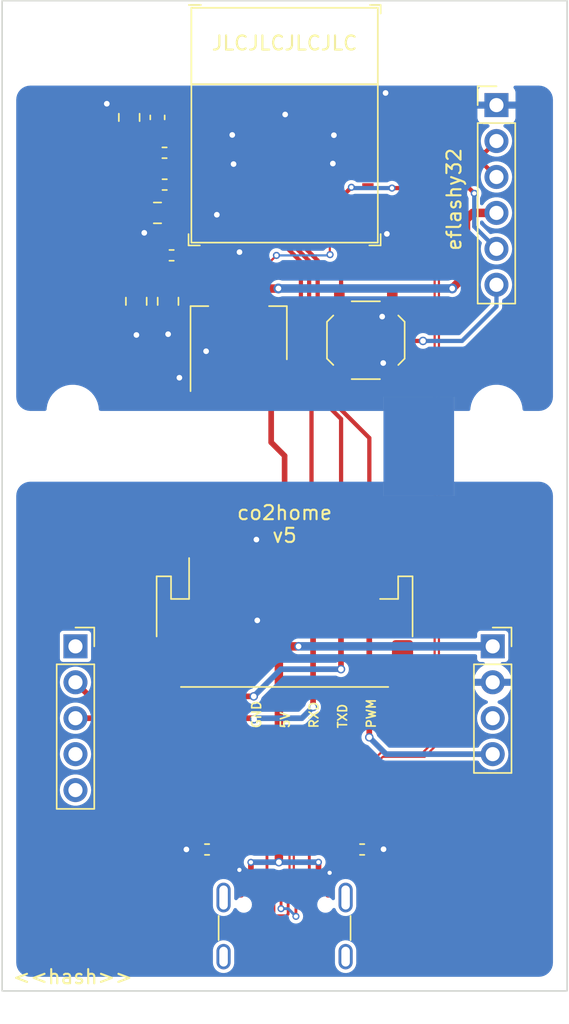
<source format=kicad_pcb>
(kicad_pcb (version 20221018) (generator pcbnew)
  (layers (0 "F.Cu" signal "Top") (31 "B.Cu" signal "Bottom") (34 "B.Paste" user) (35 "F.Paste" user) (36 "B.SilkS" user "B.Silkscreen") (37 "F.SilkS" user "F.Silkscreen") (38 "B.Mask" user) (39 "F.Mask" user) (44 "Edge.Cuts" user))
  (net 0 "")
  (net 1 "+3V3")
  (net 2 "GND")
  (net 3 "/GPIO0")
  (net 4 "/EN")
  (net 5 "+5V")
  (net 6 "/PROGTXD")
  (net 7 "/PROGRXD")
  (net 9 "TXD")
  (net 10 "RXD")
  (net 13 "Net-(J3-CC1)")
  (net 14 "D+")
  (net 15 "D-")
  (net 17 "Net-(J3-CC2)")
  (net 21 "PWM")
  (net 24 "Net-(U1-GPIO2{slash}ADC1_CH2)")
  (net 25 "Net-(U1-GPIO8)")
  (footprint "Connector_PinSocket_2.54mm:PinSocket_1x05_P2.54mm_Vertical" (layer "F.Cu") (at 120.12 80.34)
    (fp_text reference "J2" hide)
    (fp_text value "MH-Z19 L")
    (fp_line (start -1.33 1.27) (end -1.33 11.49) (stroke (width 0.12)) (layer "F.SilkS"))
    (fp_line (start -1.33 1.27) (end 1.33 1.27) (stroke (width 0.12)) (layer "F.SilkS"))
    (fp_line (start -1.33 11.49) (end 1.33 11.49) (stroke (width 0.12)) (layer "F.SilkS"))
    (fp_line (start 0 -1.33) (end 1.33 -1.33) (stroke (width 0.12)) (layer "F.SilkS"))
    (fp_line (start 1.33 -1.33) (end 1.33 0) (stroke (width 0.12)) (layer "F.SilkS"))
    (fp_line (start 1.33 1.27) (end 1.33 11.49) (stroke (width 0.12)) (layer "F.SilkS"))
    (pad "1" thru_hole rect locked (at 0 0) (size 1.7 1.7) (drill 1) (layers "*.Cu" "*.Mask"))
    (pad "2" thru_hole oval locked (at 0 2.54) (size 1.7 1.7) (drill 1) (layers "*.Cu" "*.Mask") (net 9 "TXD"))
    (pad "3" thru_hole oval locked (at 0 5.08) (size 1.7 1.7) (drill 1) (layers "*.Cu" "*.Mask") (net 10 "RXD"))
    (pad "4" thru_hole oval locked (at 0 7.62) (size 1.7 1.7) (drill 1) (layers "*.Cu" "*.Mask"))
    (pad "5" thru_hole oval locked (at 0 10.16) (size 1.7 1.7) (drill 1) (layers "*.Cu" "*.Mask"))
  )
  (footprint "Espressif:ESP32-C3-MINI-1" (layer "F.Cu") (at 134.925 43.5)
    (fp_text reference "U1" hide)
    (fp_text value "ESP32-C3-MINI-1")
    (fp_line (start -6.8 7.7) (end -6.8 8.5) (stroke (width 0.12)) (layer "F.SilkS"))
    (fp_line (start -6.8 8.5) (end -6 8.5) (stroke (width 0.12)) (layer "F.SilkS"))
    (fp_line (start -6.6 -8.3) (end 6.6 -8.3) (stroke (width 0.12)) (layer "F.SilkS"))
    (fp_line (start -6.6 -2.9) (end 6.6 -2.9) (stroke (width 0.12)) (layer "F.SilkS"))
    (fp_line (start -6.6 8.3) (end -6.6 -8.3) (stroke (width 0.12)) (layer "F.SilkS"))
    (fp_line (start -5.925 -8.5) (end -6.775 -8.5) (stroke (width 0.12)) (layer "F.SilkS"))
    (fp_line (start 6.05 -8.5) (end 6.8 -8.5) (stroke (width 0.12)) (layer "F.SilkS"))
    (fp_line (start 6.6 -8.3) (end 6.6 8.3) (stroke (width 0.12)) (layer "F.SilkS"))
    (fp_line (start 6.6 8.3) (end -6.6 8.3) (stroke (width 0.12)) (layer "F.SilkS"))
    (fp_line (start 6.8 -8.5) (end 6.8 -7.9) (stroke (width 0.12)) (layer "F.SilkS"))
    (fp_line (start 6.8 7.7) (end 6.8 8.5) (stroke (width 0.12)) (layer "F.SilkS"))
    (fp_line (start 6.8 8.5) (end 6 8.5) (stroke (width 0.12)) (layer "F.SilkS"))
    (pad "1" smd rect (at -5.9 -1.3 90) (size 0.4 0.8) (layers "F.Cu" "F.Paste" "F.Mask") (net 2 "GND"))
    (pad "2" smd rect (at -5.9 -0.5 90) (size 0.4 0.8) (layers "F.Cu" "F.Paste" "F.Mask") (net 2 "GND"))
    (pad "3" smd rect (at -5.9 0.3 90) (size 0.4 0.8) (layers "F.Cu" "F.Paste" "F.Mask") (net 1 "+3V3"))
    (pad "4" smd rect (at -5.9 1.1 90) (size 0.4 0.8) (layers "F.Cu" "F.Paste" "F.Mask"))
    (pad "5" smd rect (at -5.9 1.9 90) (size 0.4 0.8) (layers "F.Cu" "F.Paste" "F.Mask") (net 24 "Net-(U1-GPIO2{slash}ADC1_CH2)"))
    (pad "6" smd rect (at -5.9 2.7 90) (size 0.4 0.8) (layers "F.Cu" "F.Paste" "F.Mask"))
    (pad "7" smd rect (at -5.9 3.5 90) (size 0.4 0.8) (layers "F.Cu" "F.Paste" "F.Mask"))
    (pad "8" smd rect (at -5.9 4.3 90) (size 0.4 0.8) (layers "F.Cu" "F.Paste" "F.Mask") (net 4 "/EN"))
    (pad "9" smd rect (at -5.9 5.1 90) (size 0.4 0.8) (layers "F.Cu" "F.Paste" "F.Mask"))
    (pad "10" smd rect (at -5.9 5.9 90) (size 0.4 0.8) (layers "F.Cu" "F.Paste" "F.Mask"))
    (pad "11" smd rect (at -5.9 6.7 90) (size 0.4 0.8) (layers "F.Cu" "F.Paste" "F.Mask") (net 2 "GND"))
    (pad "12" smd rect (at -4.8 7.6) (size 0.4 0.8) (layers "F.Cu" "F.Paste" "F.Mask"))
    (pad "13" smd rect (at -4 7.6) (size 0.4 0.8) (layers "F.Cu" "F.Paste" "F.Mask"))
    (pad "14" smd rect (at -3.2 7.6) (size 0.4 0.8) (layers "F.Cu" "F.Paste" "F.Mask") (net 2 "GND"))
    (pad "15" smd rect (at -2.4 7.6) (size 0.4 0.8) (layers "F.Cu" "F.Paste" "F.Mask"))
    (pad "16" smd rect (at -1.6 7.6) (size 0.4 0.8) (layers "F.Cu" "F.Paste" "F.Mask"))
    (pad "17" smd rect (at -0.8 7.6) (size 0.4 0.8) (layers "F.Cu" "F.Paste" "F.Mask"))
    (pad "18" smd rect (at 0 7.6) (size 0.4 0.8) (layers "F.Cu" "F.Paste" "F.Mask") (net 10 "RXD"))
    (pad "19" smd rect (at 0.8 7.6) (size 0.4 0.8) (layers "F.Cu" "F.Paste" "F.Mask") (net 9 "TXD"))
    (pad "20" smd rect (at 1.6 7.6) (size 0.4 0.8) (layers "F.Cu" "F.Paste" "F.Mask") (net 21 "PWM"))
    (pad "21" smd rect (at 2.4 7.6) (size 0.4 0.8) (layers "F.Cu" "F.Paste" "F.Mask"))
    (pad "22" smd rect (at 3.2 7.6) (size 0.4 0.8) (layers "F.Cu" "F.Paste" "F.Mask") (net 25 "Net-(U1-GPIO8)"))
    (pad "23" smd rect (at 4 7.6) (size 0.4 0.8) (layers "F.Cu" "F.Paste" "F.Mask") (net 3 "/GPIO0"))
    (pad "24" smd rect (at 4.8 7.6) (size 0.4 0.8) (layers "F.Cu" "F.Paste" "F.Mask"))
    (pad "25" smd rect (at 5.9 6.7 90) (size 0.4 0.8) (layers "F.Cu" "F.Paste" "F.Mask"))
    (pad "26" smd rect (at 5.9 5.9 90) (size 0.4 0.8) (layers "F.Cu" "F.Paste" "F.Mask") (net 15 "D-"))
    (pad "27" smd rect (at 5.9 5.1 90) (size 0.4 0.8) (layers "F.Cu" "F.Paste" "F.Mask") (net 14 "D+"))
    (pad "28" smd rect (at 5.9 4.3 90) (size 0.4 0.8) (layers "F.Cu" "F.Paste" "F.Mask"))
    (pad "29" smd rect (at 5.9 3.5 90) (size 0.4 0.8) (layers "F.Cu" "F.Paste" "F.Mask"))
    (pad "30" smd rect (at 5.9 2.7 90) (size 0.4 0.8) (layers "F.Cu" "F.Paste" "F.Mask") (net 7 "/PROGRXD"))
    (pad "31" smd rect (at 5.9 1.9 90) (size 0.4 0.8) (layers "F.Cu" "F.Paste" "F.Mask") (net 6 "/PROGTXD"))
    (pad "32" smd rect (at 5.9 1.1 90) (size 0.4 0.8) (layers "F.Cu" "F.Paste" "F.Mask"))
    (pad "33" smd rect (at 5.9 0.3 90) (size 0.4 0.8) (layers "F.Cu" "F.Paste" "F.Mask"))
    (pad "34" smd rect (at 5.9 -0.5 90) (size 0.4 0.8) (layers "F.Cu" "F.Paste" "F.Mask"))
    (pad "35" smd rect (at 5.9 -1.3 90) (size 0.4 0.8) (layers "F.Cu" "F.Paste" "F.Mask"))
    (pad "36" smd rect (at 4.8 -2.2) (size 0.4 0.8) (layers "F.Cu" "F.Paste" "F.Mask") (net 2 "GND"))
    (pad "37" smd rect (at 4 -2.2) (size 0.4 0.8) (layers "F.Cu" "F.Paste" "F.Mask") (net 2 "GND"))
    (pad "38" smd rect (at 3.2 -2.2) (size 0.4 0.8) (layers "F.Cu" "F.Paste" "F.Mask") (net 2 "GND"))
    (pad "39" smd rect (at 2.4 -2.2) (size 0.4 0.8) (layers "F.Cu" "F.Paste" "F.Mask") (net 2 "GND"))
    (pad "40" smd rect (at 1.6 -2.2) (size 0.4 0.8) (layers "F.Cu" "F.Paste" "F.Mask") (net 2 "GND"))
    (pad "41" smd rect (at 0.8 -2.2) (size 0.4 0.8) (layers "F.Cu" "F.Paste" "F.Mask") (net 2 "GND"))
    (pad "42" smd rect (at 0 -2.2) (size 0.4 0.8) (layers "F.Cu" "F.Paste" "F.Mask") (net 2 "GND"))
    (pad "43" smd rect (at -0.8 -2.2) (size 0.4 0.8) (layers "F.Cu" "F.Paste" "F.Mask") (net 2 "GND"))
    (pad "44" smd rect (at -1.6 -2.2) (size 0.4 0.8) (layers "F.Cu" "F.Paste" "F.Mask") (net 2 "GND"))
    (pad "45" smd rect (at -2.4 -2.2) (size 0.4 0.8) (layers "F.Cu" "F.Paste" "F.Mask") (net 2 "GND"))
    (pad "46" smd rect (at -3.2 -2.2) (size 0.4 0.8) (layers "F.Cu" "F.Paste" "F.Mask") (net 2 "GND"))
    (pad "47" smd rect (at -4 -2.2) (size 0.4 0.8) (layers "F.Cu" "F.Paste" "F.Mask") (net 2 "GND"))
    (pad "48" smd rect (at -4.8 -2.2) (size 0.4 0.8) (layers "F.Cu" "F.Paste" "F.Mask") (net 2 "GND"))
    (pad "49" smd custom (at -1.975 0.725) (size 0.8 0.8) (layers "F.Cu" "F.Paste" "F.Mask") (net 2 "GND") (options (clearance outline) (anchor rect)) (primitives (gr_poly (pts (xy 0.725 0.725) (xy -0.725 0.725) (xy -0.725 -0.125) (xy -0.125 -0.725) (xy 0.725 -0.725)) (width 0) (fill yes))))
    (pad "49" smd rect (at -1.975 2.7 90) (size 1.45 1.45) (layers "F.Cu" "F.Paste" "F.Mask") (net 2 "GND"))
    (pad "49" smd rect (at -1.975 4.675 90) (size 1.45 1.45) (layers "F.Cu" "F.Paste" "F.Mask") (net 2 "GND"))
    (pad "49" smd rect (at 0 0.725 90) (size 1.45 1.45) (layers "F.Cu" "F.Paste" "F.Mask") (net 2 "GND"))
    (pad "49" smd rect (at 0 2.7 90) (size 1.45 1.45) (layers "F.Cu" "F.Paste" "F.Mask") (net 2 "GND"))
    (pad "49" smd rect (at 0 4.675 90) (size 1.45 1.45) (layers "F.Cu" "F.Paste" "F.Mask") (net 2 "GND"))
    (pad "49" smd rect (at 1.975 0.725 90) (size 1.45 1.45) (layers "F.Cu" "F.Paste" "F.Mask") (net 2 "GND"))
    (pad "49" smd rect (at 1.975 2.7 90) (size 1.45 1.45) (layers "F.Cu" "F.Paste" "F.Mask") (net 2 "GND"))
    (pad "49" smd rect (at 1.975 4.675 90) (size 1.45 1.45) (layers "F.Cu" "F.Paste" "F.Mask") (net 2 "GND"))
    (pad "50" smd rect (at 5.95 -2.25 90) (size 0.7 0.7) (layers "F.Cu" "F.Paste" "F.Mask") (net 2 "GND"))
    (pad "51" smd rect (at 5.95 7.65 90) (size 0.7 0.7) (layers "F.Cu" "F.Paste" "F.Mask") (net 2 "GND"))
    (pad "52" smd rect (at -5.95 7.65 90) (size 0.7 0.7) (layers "F.Cu" "F.Paste" "F.Mask") (net 2 "GND"))
    (pad "53" smd rect (at -5.95 -2.25 90) (size 0.7 0.7) (layers "F.Cu" "F.Paste" "F.Mask") (net 2 "GND"))
    (zone (net 0) (net_name "") (layers "*.Cu") (name "antenna keepout") (connect_pads (clearance 0)) (min_thickness 0.254)
      (keepout (tracks not_allowed) (vias not_allowed) (pads not_allowed) (copperpour not_allowed) (footprints not_allowed))
      (fill (thermal_gap 0.508) (thermal_bridge_width 0.508))
      (polygon (pts (xy 141.525 40.6) (xy 128.325 40.6) (xy 128.325 35.2) (xy 141.525 35.2)))
    )
  )
  (footprint "Connector_PinHeader_2.54mm:PinHeader_1x06_P2.54mm_Vertical" (layer "F.Cu") (at 149.925 42.08)
    (fp_text reference "J1")
    (fp_text value "eflashy32" (at -3 6.66 90) (layer "F.SilkS"))
    (fp_line (start -1.33 -1.33) (end 0 -1.33) (stroke (width 0.12)) (layer "F.SilkS"))
    (fp_line (start -1.33 0) (end -1.33 -1.33) (stroke (width 0.12)) (layer "F.SilkS"))
    (fp_line (start -1.33 1.27) (end -1.33 14.03) (stroke (width 0.12)) (layer "F.SilkS"))
    (fp_line (start -1.33 1.27) (end 1.33 1.27) (stroke (width 0.12)) (layer "F.SilkS"))
    (fp_line (start -1.33 14.03) (end 1.33 14.03) (stroke (width 0.12)) (layer "F.SilkS"))
    (fp_line (start 1.33 1.27) (end 1.33 14.03) (stroke (width 0.12)) (layer "F.SilkS"))
    (pad "1" thru_hole rect (at 0 0) (size 1.7 1.7) (drill 1) (layers "*.Cu" "*.Mask") (net 2 "GND"))
    (pad "2" thru_hole oval (at 0 2.54) (size 1.7 1.7) (drill 1) (layers "*.Cu" "*.Mask") (net 6 "/PROGTXD"))
    (pad "3" thru_hole oval (at 0 5.08) (size 1.7 1.7) (drill 1) (layers "*.Cu" "*.Mask") (net 7 "/PROGRXD"))
    (pad "4" thru_hole oval (at 0 7.62) (size 1.7 1.7) (drill 1) (layers "*.Cu" "*.Mask") (net 1 "+3V3"))
    (pad "5" thru_hole oval (at 0 10.16) (size 1.7 1.7) (drill 1) (layers "*.Cu" "*.Mask") (net 4 "/EN"))
    (pad "6" thru_hole oval (at 0 12.7) (size 1.7 1.7) (drill 1) (layers "*.Cu" "*.Mask") (net 3 "/GPIO0"))
  )
  (footprint "MountingHole:MountingHole_3.2mm_M3" (layer "F.Cu") (at 119.925 63.7)
    (fp_text reference "H1" hide)
    (fp_text value "MountingHole")
    (pad "" np_thru_hole circle (at 0 0) (size 3.2 3.2) (drill 3.2) (layers "*.Cu" "*.Mask"))
  )
  (footprint "Resistor_SMD:R_0402_1005Metric" (layer "F.Cu") (at 129.435 94.7 180)
    (fp_text reference "R3" hide)
    (fp_text value "5k1")
    (fp_line (start -0.153641 -0.38) (end 0.153641 -0.38) (stroke (width 0.12)) (layer "F.SilkS"))
    (fp_line (start -0.153641 0.38) (end 0.153641 0.38) (stroke (width 0.12)) (layer "F.SilkS"))
    (pad "1" smd roundrect (at -0.51 0 180) (size 0.54 0.64) (layers "F.Cu" "F.Paste" "F.Mask") (net 13 "Net-(J3-CC1)"))
    (pad "2" smd roundrect (at 0.51 0 180) (size 0.54 0.64) (layers "F.Cu" "F.Paste" "F.Mask") (net 2 "GND"))
  )
  (footprint "Capacitor_SMD:C_0805_2012Metric" (layer "F.Cu") (at 124.425 55.95 90)
    (fp_text reference "C8" hide)
    (fp_text value "10u")
    (fp_line (start -0.261252 -0.735) (end 0.261252 -0.735) (stroke (width 0.12)) (layer "F.SilkS"))
    (fp_line (start -0.261252 0.735) (end 0.261252 0.735) (stroke (width 0.12)) (layer "F.SilkS"))
    (pad "1" smd roundrect (at -0.95 0 90) (size 1 1.45) (layers "F.Cu" "F.Paste" "F.Mask") (net 2 "GND"))
    (pad "2" smd roundrect (at 0.95 0 90) (size 1 1.45) (layers "F.Cu" "F.Paste" "F.Mask") (net 1 "+3V3"))
  )
  (footprint "Resistor_SMD:R_0402_1005Metric" (layer "F.Cu") (at 126.435 47.7)
    (fp_text reference "R4" hide)
    (fp_text value "10k")
    (fp_line (start -0.153641 -0.38) (end 0.153641 -0.38) (stroke (width 0.12)) (layer "F.SilkS"))
    (fp_line (start -0.153641 0.38) (end 0.153641 0.38) (stroke (width 0.12)) (layer "F.SilkS"))
    (pad "1" smd roundrect (at -0.51 0) (size 0.54 0.64) (layers "F.Cu" "F.Paste" "F.Mask") (net 1 "+3V3"))
    (pad "2" smd roundrect (at 0.51 0) (size 0.54 0.64) (layers "F.Cu" "F.Paste" "F.Mask") (net 4 "/EN"))
  )
  (footprint "Capacitor_SMD:C_0805_2012Metric" (layer "F.Cu") (at 125.925 49.7)
    (fp_text reference "C4" hide)
    (fp_text value "10u")
    (fp_line (start -0.261252 -0.735) (end 0.261252 -0.735) (stroke (width 0.12)) (layer "F.SilkS"))
    (fp_line (start -0.261252 0.735) (end 0.261252 0.735) (stroke (width 0.12)) (layer "F.SilkS"))
    (pad "1" smd roundrect (at -0.95 0) (size 1 1.45) (layers "F.Cu" "F.Paste" "F.Mask") (net 2 "GND"))
    (pad "2" smd roundrect (at 0.95 0) (size 1 1.45) (layers "F.Cu" "F.Paste" "F.Mask") (net 4 "/EN"))
  )
  (footprint "Capacitor_SMD:C_0805_2012Metric" (layer "F.Cu") (at 126.675 55.95 90)
    (fp_text reference "C7" hide)
    (fp_text value "10u")
    (fp_line (start -0.261252 -0.735) (end 0.261252 -0.735) (stroke (width 0.12)) (layer "F.SilkS"))
    (fp_line (start -0.261252 0.735) (end 0.261252 0.735) (stroke (width 0.12)) (layer "F.SilkS"))
    (pad "1" smd roundrect (at -0.95 0 90) (size 1 1.45) (layers "F.Cu" "F.Paste" "F.Mask") (net 2 "GND"))
    (pad "2" smd roundrect (at 0.95 0 90) (size 1 1.45) (layers "F.Cu" "F.Paste" "F.Mask") (net 1 "+3V3"))
  )
  (footprint "Resistor_SMD:R_0402_1005Metric" (layer "F.Cu") (at 126.425 45.45)
    (fp_text reference "R5" hide)
    (fp_text value "10k")
    (fp_line (start -0.153641 -0.38) (end 0.153641 -0.38) (stroke (width 0.12)) (layer "F.SilkS"))
    (fp_line (start -0.153641 0.38) (end 0.153641 0.38) (stroke (width 0.12)) (layer "F.SilkS"))
    (pad "1" smd roundrect (at -0.51 0) (size 0.54 0.64) (layers "F.Cu" "F.Paste" "F.Mask") (net 1 "+3V3"))
    (pad "2" smd roundrect (at 0.51 0) (size 0.54 0.64) (layers "F.Cu" "F.Paste" "F.Mask") (net 24 "Net-(U1-GPIO2{slash}ADC1_CH2)"))
  )
  (footprint "MountingHole:MountingHole_3.2mm_M3" (layer "F.Cu") (at 149.925 63.7)
    (fp_text reference "H2" hide)
    (fp_text value "MountingHole")
    (pad "" np_thru_hole circle (at 0 0) (size 3.2 3.2) (drill 3.2) (layers "*.Cu" "*.Mask"))
  )
  (footprint "Capacitor_SMD:C_0603_1608Metric" (layer "F.Cu") (at 125.925 42.95 -90)
    (fp_text reference "C5" hide)
    (fp_text value "0.1u")
    (fp_line (start -0.14058 -0.51) (end 0.14058 -0.51) (stroke (width 0.12)) (layer "F.SilkS"))
    (fp_line (start -0.14058 0.51) (end 0.14058 0.51) (stroke (width 0.12)) (layer "F.SilkS"))
    (pad "1" smd roundrect (at -0.775 0 270) (size 0.9 0.95) (layers "F.Cu" "F.Paste" "F.Mask") (net 2 "GND"))
    (pad "2" smd roundrect (at 0.775 0 270) (size 0.9 0.95) (layers "F.Cu" "F.Paste" "F.Mask") (net 1 "+3V3"))
  )
  (footprint "Connector_JST:JST_PH_S7B-PH-SM4-TB_1x07-1MP_P2.00mm_Horizontal" (layer "F.Cu") (at 134.925 78.7)
    (fp_text reference "J5" hide)
    (fp_text value "JST-PH")
    (fp_line (start -9.06 -3.31) (end -8.04 -3.31) (stroke (width 0.12)) (layer "F.SilkS"))
    (fp_line (start -9.06 0.94) (end -9.06 -3.31) (stroke (width 0.12)) (layer "F.SilkS"))
    (fp_line (start -8.04 -3.31) (end -8.04 -1.71) (stroke (width 0.12)) (layer "F.SilkS"))
    (fp_line (start -8.04 -1.71) (end -6.76 -1.71) (stroke (width 0.12)) (layer "F.SilkS"))
    (fp_line (start -7.34 4.51) (end 7.34 4.51) (stroke (width 0.12)) (layer "F.SilkS"))
    (fp_line (start -6.76 -1.71) (end -6.76 -4.6) (stroke (width 0.12)) (layer "F.SilkS"))
    (fp_line (start 8.04 -3.31) (end 8.04 -1.71) (stroke (width 0.12)) (layer "F.SilkS"))
    (fp_line (start 8.04 -1.71) (end 6.76 -1.71) (stroke (width 0.12)) (layer "F.SilkS"))
    (fp_line (start 9.06 -3.31) (end 8.04 -3.31) (stroke (width 0.12)) (layer "F.SilkS"))
    (fp_line (start 9.06 0.94) (end 9.06 -3.31) (stroke (width 0.12)) (layer "F.SilkS"))
    (pad "1" smd roundrect (at -6 -2.85) (size 1 3.5) (layers "F.Cu" "F.Paste" "F.Mask"))
    (pad "2" smd roundrect (at -4 -2.85) (size 1 3.5) (layers "F.Cu" "F.Paste" "F.Mask"))
    (pad "3" smd roundrect (at -2 -2.85) (size 1 3.5) (layers "F.Cu" "F.Paste" "F.Mask") (net 2 "GND"))
    (pad "4" smd roundrect (at 0 -2.85) (size 1 3.5) (layers "F.Cu" "F.Paste" "F.Mask") (net 5 "+5V"))
    (pad "5" smd roundrect (at 2 -2.85) (size 1 3.5) (layers "F.Cu" "F.Paste" "F.Mask") (net 10 "RXD"))
    (pad "6" smd roundrect (at 4 -2.85) (size 1 3.5) (layers "F.Cu" "F.Paste" "F.Mask") (net 9 "TXD"))
    (pad "7" smd roundrect (at 6 -2.85) (size 1 3.5) (layers "F.Cu" "F.Paste" "F.Mask") (net 21 "PWM"))
    (pad "MP" smd roundrect (at -8.35 2.9) (size 1.5 3.4) (layers "F.Cu" "F.Paste" "F.Mask") (roundrect_rratio 0.166667))
    (pad "MP" smd roundrect (at 8.35 2.9) (size 1.5 3.4) (layers "F.Cu" "F.Paste" "F.Mask") (roundrect_rratio 0.166667))
  )
  (footprint "Connector_USB:USB_C_Receptacle_GCT_USB4105-xx-A_16P_TopMnt_Horizontal" (layer "F.Cu") (at 134.925 101.2)
    (fp_text reference "J3" hide)
    (fp_text value "USBC")
    (fp_line (start -4.67 -0.1) (end -4.67 -1.8) (stroke (width 0.12)) (layer "F.SilkS"))
    (fp_line (start 4.67 -0.1) (end 4.67 -1.8) (stroke (width 0.12)) (layer "F.SilkS"))
    (pad "" np_thru_hole circle (at -2.89 -2.605) (size 0.65 0.65) (drill 0.65) (layers "F&B.Cu" "*.Mask"))
    (pad "" np_thru_hole circle (at 2.89 -2.605) (size 0.65 0.65) (drill 0.65) (layers "F&B.Cu" "*.Mask"))
    (pad "A1" smd roundrect (at -3.2 -3.68) (size 0.6 1.15) (layers "F.Cu" "F.Paste" "F.Mask") (net 2 "GND"))
    (pad "A4" smd roundrect (at -2.4 -3.68) (size 0.6 1.15) (layers "F.Cu" "F.Paste" "F.Mask") (net 5 "+5V"))
    (pad "A5" smd roundrect (at -1.25 -3.68) (size 0.3 1.15) (layers "F.Cu" "F.Paste" "F.Mask") (net 13 "Net-(J3-CC1)"))
    (pad "A6" smd roundrect (at -0.25 -3.68) (size 0.3 1.15) (layers "F.Cu" "F.Paste" "F.Mask") (net 14 "D+"))
    (pad "A7" smd roundrect (at 0.25 -3.68) (size 0.3 1.15) (layers "F.Cu" "F.Paste" "F.Mask") (net 15 "D-"))
    (pad "A8" smd roundrect (at 1.25 -3.68) (size 0.3 1.15) (layers "F.Cu" "F.Paste" "F.Mask"))
    (pad "A9" smd roundrect (at 2.4 -3.68) (size 0.6 1.15) (layers "F.Cu" "F.Paste" "F.Mask") (net 5 "+5V"))
    (pad "A12" smd roundrect (at 3.2 -3.68) (size 0.6 1.15) (layers "F.Cu" "F.Paste" "F.Mask") (net 2 "GND"))
    (pad "B1" smd roundrect (at 3.2 -3.68) (size 0.6 1.15) (layers "F.Cu" "F.Paste" "F.Mask") (net 2 "GND"))
    (pad "B4" smd roundrect (at 2.4 -3.68) (size 0.6 1.15) (layers "F.Cu" "F.Paste" "F.Mask") (net 5 "+5V"))
    (pad "B5" smd roundrect (at 1.75 -3.68) (size 0.3 1.15) (layers "F.Cu" "F.Paste" "F.Mask") (net 17 "Net-(J3-CC2)"))
    (pad "B6" smd roundrect (at 0.75 -3.68) (size 0.3 1.15) (layers "F.Cu" "F.Paste" "F.Mask") (net 14 "D+"))
    (pad "B7" smd roundrect (at -0.75 -3.68) (size 0.3 1.15) (layers "F.Cu" "F.Paste" "F.Mask") (net 15 "D-"))
    (pad "B8" smd roundrect (at -1.75 -3.68) (size 0.3 1.15) (layers "F.Cu" "F.Paste" "F.Mask"))
    (pad "B9" smd roundrect (at -2.4 -3.68) (size 0.6 1.15) (layers "F.Cu" "F.Paste" "F.Mask") (net 5 "+5V"))
    (pad "B12" smd roundrect (at -3.2 -3.68) (size 0.6 1.15) (layers "F.Cu" "F.Paste" "F.Mask") (net 2 "GND"))
    (pad "S1" thru_hole oval (at -4.32 -3.105) (size 1 2.1) (drill oval 0.6 1.7) (layers "*.Cu" "*.Mask" "F.Paste"))
    (pad "S1" thru_hole oval (at -4.32 1.075) (size 1 1.8) (drill oval 0.6 1.4) (layers "*.Cu" "*.Mask" "F.Paste"))
    (pad "S1" thru_hole oval (at 4.32 -3.105) (size 1 2.1) (drill oval 0.6 1.7) (layers "*.Cu" "*.Mask" "F.Paste"))
    (pad "S1" thru_hole oval (at 4.32 1.075) (size 1 1.8) (drill oval 0.6 1.4) (layers "*.Cu" "*.Mask" "F.Paste"))
  )
  (footprint "Resistor_SMD:R_0402_1005Metric" (layer "F.Cu") (at 140.415 94.7)
    (fp_text reference "R2" hide)
    (fp_text value "5k1")
    (fp_line (start -0.153641 -0.38) (end 0.153641 -0.38) (stroke (width 0.12)) (layer "F.SilkS"))
    (fp_line (start -0.153641 0.38) (end 0.153641 0.38) (stroke (width 0.12)) (layer "F.SilkS"))
    (pad "1" smd roundrect (at -0.51 0) (size 0.54 0.64) (layers "F.Cu" "F.Paste" "F.Mask") (net 17 "Net-(J3-CC2)"))
    (pad "2" smd roundrect (at 0.51 0) (size 0.54 0.64) (layers "F.Cu" "F.Paste" "F.Mask") (net 2 "GND"))
  )
  (footprint "Capacitor_SMD:C_0805_2012Metric" (layer "F.Cu") (at 123.925 42.95 -90)
    (fp_text reference "C6" hide)
    (fp_text value "10u")
    (fp_line (start -0.261252 -0.735) (end 0.261252 -0.735) (stroke (width 0.12)) (layer "F.SilkS"))
    (fp_line (start -0.261252 0.735) (end 0.261252 0.735) (stroke (width 0.12)) (layer "F.SilkS"))
    (pad "1" smd roundrect (at -0.95 0 270) (size 1 1.45) (layers "F.Cu" "F.Paste" "F.Mask") (net 2 "GND"))
    (pad "2" smd roundrect (at 0.95 0 270) (size 1 1.45) (layers "F.Cu" "F.Paste" "F.Mask") (net 1 "+3V3"))
  )
  (footprint "Button_Switch_SMD:SW_Push_1P1T_XKB_TS-1187A" (layer "F.Cu") (at 140.675 58.7 90)
    (fp_text reference "SW1" hide)
    (fp_text value "RESET")
    (fp_line (start -2.75 -1) (end -2.75 1) (stroke (width 0.12)) (layer "F.SilkS"))
    (fp_line (start -1.75 -2.3) (end -1.3 -2.75) (stroke (width 0.12)) (layer "F.SilkS"))
    (fp_line (start -1.75 2.3) (end -1.3 2.75) (stroke (width 0.12)) (layer "F.SilkS"))
    (fp_line (start -1.3 -2.75) (end 1.3 -2.75) (stroke (width 0.12)) (layer "F.SilkS"))
    (fp_line (start -1.3 2.75) (end 1.3 2.75) (stroke (width 0.12)) (layer "F.SilkS"))
    (fp_line (start 1.75 -2.3) (end 1.3 -2.75) (stroke (width 0.12)) (layer "F.SilkS"))
    (fp_line (start 1.75 2.3) (end 1.3 2.75) (stroke (width 0.12)) (layer "F.SilkS"))
    (fp_line (start 2.75 -1) (end 2.75 1) (stroke (width 0.12)) (layer "F.SilkS"))
    (pad "1" smd rect (at -3 -1.875 90) (size 1 0.75) (layers "F.Cu" "F.Paste" "F.Mask") (net 3 "/GPIO0"))
    (pad "1" smd rect (at 3 -1.875 90) (size 1 0.75) (layers "F.Cu" "F.Paste" "F.Mask") (net 3 "/GPIO0"))
    (pad "2" smd rect (at -3 1.875 90) (size 1 0.75) (layers "F.Cu" "F.Paste" "F.Mask") (net 2 "GND"))
    (pad "2" smd rect (at 3 1.875 90) (size 1 0.75) (layers "F.Cu" "F.Paste" "F.Mask") (net 2 "GND"))
  )
  (footprint "Package_TO_SOT_SMD:SOT-223-3_TabPin2" (layer "F.Cu") (at 131.675 58.2 90)
    (fp_text reference "U4" hide)
    (fp_text value "AMS1117-3.3")
    (fp_line (start -4.1 -3.41) (end 1.91 -3.41) (stroke (width 0.12)) (layer "F.SilkS"))
    (fp_line (start -1.85 3.41) (end 1.91 3.41) (stroke (width 0.12)) (layer "F.SilkS"))
    (fp_line (start 1.91 -3.41) (end 1.91 -2.15) (stroke (width 0.12)) (layer "F.SilkS"))
    (fp_line (start 1.91 3.41) (end 1.91 2.15) (stroke (width 0.12)) (layer "F.SilkS"))
    (pad "1" smd rect (at -3.15 -2.3 90) (size 2 1.5) (layers "F.Cu" "F.Paste" "F.Mask") (net 2 "GND"))
    (pad "2" smd rect (at -3.15 0 90) (size 2 1.5) (layers "F.Cu" "F.Paste" "F.Mask") (net 1 "+3V3"))
    (pad "2" smd rect (at 3.15 0 90) (size 2 3.8) (layers "F.Cu" "F.Paste" "F.Mask") (net 1 "+3V3"))
    (pad "3" smd rect (at -3.15 2.3 90) (size 2 1.5) (layers "F.Cu" "F.Paste" "F.Mask") (net 5 "+5V"))
  )
  (footprint "Connector_PinSocket_2.54mm:PinSocket_1x04_P2.54mm_Vertical" (layer "F.Cu") (at 149.66 80.34)
    (fp_text reference "J4" hide)
    (fp_text value "MH-Z19 R")
    (fp_line (start -1.33 1.27) (end -1.33 8.95) (stroke (width 0.12)) (layer "F.SilkS"))
    (fp_line (start -1.33 1.27) (end 1.33 1.27) (stroke (width 0.12)) (layer "F.SilkS"))
    (fp_line (start -1.33 8.95) (end 1.33 8.95) (stroke (width 0.12)) (layer "F.SilkS"))
    (fp_line (start 0 -1.33) (end 1.33 -1.33) (stroke (width 0.12)) (layer "F.SilkS"))
    (fp_line (start 1.33 -1.33) (end 1.33 0) (stroke (width 0.12)) (layer "F.SilkS"))
    (fp_line (start 1.33 1.27) (end 1.33 8.95) (stroke (width 0.12)) (layer "F.SilkS"))
    (pad "1" thru_hole rect locked (at 0 0) (size 1.7 1.7) (drill 1) (layers "*.Cu" "*.Mask") (net 5 "+5V"))
    (pad "2" thru_hole oval locked (at 0 2.54) (size 1.7 1.7) (drill 1) (layers "*.Cu" "*.Mask") (net 2 "GND"))
    (pad "3" thru_hole oval locked (at 0 5.08) (size 1.7 1.7) (drill 1) (layers "*.Cu" "*.Mask"))
    (pad "4" thru_hole oval locked (at 0 7.62) (size 1.7 1.7) (drill 1) (layers "*.Cu" "*.Mask") (net 21 "PWM"))
  )
  (footprint "Resistor_SMD:R_0402_1005Metric" (layer "F.Cu") (at 126.925 52.7)
    (fp_text reference "R6" hide)
    (fp_text value "10k")
    (fp_line (start -0.153641 -0.38) (end 0.153641 -0.38) (stroke (width 0.12)) (layer "F.SilkS"))
    (fp_line (start -0.153641 0.38) (end 0.153641 0.38) (stroke (width 0.12)) (layer "F.SilkS"))
    (pad "1" smd roundrect (at -0.51 0) (size 0.54 0.64) (layers "F.Cu" "F.Paste" "F.Mask") (net 1 "+3V3"))
    (pad "2" smd roundrect (at 0.51 0) (size 0.54 0.64) (layers "F.Cu" "F.Paste" "F.Mask") (net 25 "Net-(U1-GPIO8)"))
  )
  (gr_rect (start 114.925 34.7) (end 154.925 104.7) (stroke (width 0.1)) (fill none) (layer "Edge.Cuts"))
  (gr_text "JLCJLCJLCJLC" (at 134.925 37.7) (layer "F.SilkS") (effects (font (size 1 1))))
  (gr_text "co2home\nv5" (at 134.925 71.7) (layer "F.SilkS") (effects (font (size 1 1))))
  (gr_text "<<hash>>" (at 119.925 103.7) (layer "F.SilkS") (effects (font (size 1 1))))
  (gr_text "GND\n\n5V\n\nRXD\n\nTXD\n\nPWM" (at 141.425 86.2 90) (layer "F.SilkS") (effects (font (size 0.63 0.63) (thickness 0.12)) (justify left bottom)))
  (segment (start 131.675 55.05) (end 124.475 55.05) (width 0.6) (layer "F.Cu") (net 1))
  (segment (start 131.675 55.05) (end 131.675 61.35) (width 0.6) (layer "F.Cu") (net 1))
  (segment (start 129.015612 43.790612) (end 129.025 43.8) (width 0.4) (layer "F.Cu") (net 1))
  (segment (start 123.525533 52.300533) (end 123.525533 44.299467) (width 0.6) (layer "F.Cu") (net 1))
  (segment (start 124.475 55.05) (end 124.425 55) (width 0.6) (layer "F.Cu") (net 1))
  (segment (start 124.425 53.2) (end 123.525533 52.300533) (width 0.6) (layer "F.Cu") (net 1))
  (segment (start 134.478941 55.05) (end 134.487218 55.041723) (width 0.6) (layer "F.Cu") (net 1))
  (segment (start 124.425 55) (end 124.425 53.2) (width 0.6) (layer "F.Cu") (net 1))
  (segment (start 124.925 52.7) (end 124.425 53.2) (width 0.3) (layer "F.Cu") (net 1))
  (segment (start 123.925 43.9) (end 125.75 43.9) (width 0.4) (layer "F.Cu") (net 1))
  (segment (start 125.990612 43.790612) (end 129.015612 43.790612) (width 0.4) (layer "F.Cu") (net 1))
  (segment (start 123.525533 44.299467) (end 123.925 43.9) (width 0.6) (layer "F.Cu") (net 1))
  (segment (start 125.915 45.45) (end 125.915 47.69) (width 0.4) (layer "F.Cu") (net 1))
  (segment (start 125.915 47.69) (end 125.925 47.7) (width 0.4) (layer "F.Cu") (net 1))
  (segment (start 131.675 55.05) (end 134.478941 55.05) (width 0.6) (layer "F.Cu") (net 1))
  (segment (start 125.915 43.735) (end 125.925 43.725) (width 0.4) (layer "F.Cu") (net 1))
  (segment (start 125.75 43.9) (end 125.925 43.725) (width 0.4) (layer "F.Cu") (net 1))
  (segment (start 148.250268 49.7) (end 149.925 49.7) (width 0.6) (layer "F.Cu") (net 1))
  (segment (start 146.794591 55.041723) (end 147.768429 54.067885) (width 0.6) (layer "F.Cu") (net 1))
  (segment (start 147.768429 54.067885) (end 147.768429 50.181839) (width 0.6) (layer "F.Cu") (net 1))
  (segment (start 125.915 45.45) (end 125.915 43.735) (width 0.4) (layer "F.Cu") (net 1))
  (segment (start 125.925 43.725) (end 125.990612 43.790612) (width 0.4) (layer "F.Cu") (net 1))
  (segment (start 147.768429 50.181839) (end 148.250268 49.7) (width 0.6) (layer "F.Cu") (net 1))
  (segment (start 126.415 52.7) (end 124.925 52.7) (width 0.3) (layer "F.Cu") (net 1))
  (via (at 146.794591 55.041723) (size 0.7) (drill 0.4) (layers "F.Cu" "B.Cu") (net 1))
  (via (at 134.487218 55.041723) (size 0.7) (drill 0.4) (layers "F.Cu" "B.Cu") (net 1))
  (segment (start 146.794591 55.041723) (end 134.487218 55.041723) (width 0.6) (layer "B.Cu") (net 1))
  (segment (start 132.95 44.225) (end 136.9 44.225) (width 0.3) (layer "F.Cu") (net 2))
  (segment (start 129.375 59.485203) (end 129.368524 59.478727) (width 0.8) (layer "F.Cu") (net 2))
  (segment (start 136.9 44.225) (end 138.399514 44.225) (width 0.3) (layer "F.Cu") (net 2))
  (segment (start 132.95 48.175) (end 136.9 44.225) (width 0.3) (layer "F.Cu") (net 2))
  (segment (start 142.133083 51.15) (end 142.166577 51.183494) (width 0.4) (layer "F.Cu") (net 2))
  (segment (start 140.875 41.25) (end 142.046418 41.25) (width 0.3) (layer "F.Cu") (net 2))
  (segment (start 129.375 61.35) (end 127.478702 61.35) (width 0.8) (layer "F.Cu") (net 2))
  (segment (start 132.95 44.225) (end 136.9 48.175) (width 0.3) (layer "F.Cu") (net 2))
  (segment (start 136.9 48.175) (end 132.95 48.175) (width 0.3) (layer "F.Cu") (net 2))
  (segment (start 134.925 42.783982) (end 134.966399 42.742583) (width 0.3) (layer "F.Cu") (net 2))
  (segment (start 129.025 41.3) (end 128.975 41.25) (width 0.4) (layer "F.Cu") (net 2))
  (segment (start 128.975 41.25) (end 140.875 41.25) (width 0.3) (layer "F.Cu") (net 2))
  (segment (start 129.375 61.35) (end 129.375 59.485203) (width 0.8) (layer "F.Cu") (net 2))
  (segment (start 138.125 97.52) (end 138.125 96.360099) (width 0.4) (layer "F.Cu") (net 2))
  (segment (start 122.354405 42) (end 122.337507 41.983102) (width 0.4) (layer "F.Cu") (net 2))
  (segment (start 123.925 42) (end 125.75 42) (width 0.4) (layer "F.Cu") (net 2))
  (segment (start 129.025 50.2) (end 129.025 51.1) (width 0.3) (layer "F.Cu") (net 2))
  (segment (start 140.925 94.7) (end 141.909555 94.7) (width 0.3) (layer "F.Cu") (net 2))
  (segment (start 131.725 97.52) (end 131.725 96.143158) (width 0.4) (layer "F.Cu") (net 2))
  (segment (start 125.925 42.175) (end 129 42.175) (width 0.4) (layer "F.Cu") (net 2))
  (segment (start 127.478702 61.35) (end 127.476508 61.352194) (width 0.8) (layer "F.Cu") (net 2))
  (segment (start 129.025 51.1) (end 128.975 51.15) (width 0.3) (layer "F.Cu") (net 2))
  (segment (start 129.025 43) (end 129.025 41.3) (width 0.4) (layer "F.Cu") (net 2))
  (segment (start 125.75 42) (end 125.925 42.175) (width 0.4) (layer "F.Cu") (net 2))
  (segment (start 128.925 94.7) (end 127.976013 94.7) (width 0.3) (layer "F.Cu") (net 2))
  (segment (start 124.975 51.094259) (end 124.990039 51.109298) (width 0.4) (layer "F.Cu") (net 2))
  (segment (start 132.925 78.439486) (end 132.990912 78.505398) (width 0.4) (layer "F.Cu") (net 2))
  (segment (start 138.331069 46.2) (end 138.342349 46.21128) (width 0.3) (layer "F.Cu") (net 2))
  (segment (start 138.399514 44.225) (end 138.416546 44.207968) (width 0.3) (layer "F.Cu") (net 2))
  (segment (start 127.976013 94.7) (end 127.972415 94.696402) (width 0.3) (layer "F.Cu") (net 2))
  (segment (start 131.732659 51.107659) (end 131.725 51.1) (width 0.4) (layer "F.Cu") (net 2))
  (segment (start 129.757565 50.2) (end 130.128161 49.829404) (width 0.3) (layer "F.Cu") (net 2))
  (segment (start 126.675 58.269138) (end 126.678893 58.273031) (width 0.6) (layer "F.Cu") (net 2))
  (segment (start 129.025 50.2) (end 129.757565 50.2) (width 0.3) (layer "F.Cu") (net 2))
  (segment (start 131.725 96.143158) (end 131.724418 96.142576) (width 0.4) (layer "F.Cu") (net 2))
  (segment (start 131.732659 52.471627) (end 131.732659 51.107659) (width 0.4) (layer "F.Cu") (net 2))
  (segment (start 132.95 48.175) (end 132.95 44.225) (width 0.3) (layer "F.Cu") (net 2))
  (segment (start 138.125 96.360099) (end 138.113579 96.348678) (width 0.4) (layer "F.Cu") (net 2))
  (segment (start 142.046418 41.25) (end 142.073832 41.222586) (width 0.3) (layer "F.Cu") (net 2))
  (segment (start 141.909555 94.7) (end 141.929641 94.679914) (width 0.3) (layer "F.Cu") (net 2))
  (segment (start 124.975 49.7) (end 124.975 51.094259) (width 0.4) (layer "F.Cu") (net 2))
  (segment (start 142.55 61.7) (end 142.55 60.955672) (width 0.3) (layer "F.Cu") (net 2))
  (segment (start 134.925 44.225) (end 134.925 42.783982) (width 0.3) (layer "F.Cu") (net 2))
  (segment (start 123.925 42) (end 122.354405 42) (width 0.4) (layer "F.Cu") (net 2))
  (segment (start 132.95 44.225) (end 131.255046 44.225) (width 0.3) (layer "F.Cu") (net 2))
  (segment (start 129 42.175) (end 129.025 42.2) (width 0.4) (layer "F.Cu") (net 2))
  (segment (start 142.55 56.313807) (end 141.833571 57.030236) (width 0.3) (layer "F.Cu") (net 2))
  (segment (start 140.875 51.15) (end 142.133083 51.15) (width 0.4) (layer "F.Cu") (net 2))
  (segment (start 132.925 75.85) (end 132.925 78.439486) (width 0.4) (layer "F.Cu") (net 2))
  (segment (start 132.925 75.85) (end 132.925 72.797373) (width 0.4) (layer "F.Cu") (net 2))
  (segment (start 124.425 58.319235) (end 124.434443 58.328678) (width 0.6) (layer "F.Cu") (net 2))
  (segment (start 124.425 56.9) (end 124.425 58.319235) (width 0.6) (layer "F.Cu") (net 2))
  (segment (start 131.255046 44.225) (end 131.219465 44.189419) (width 0.3) (layer "F.Cu") (net 2))
  (segment (start 131.360589 46.2) (end 131.312211 46.248378) (width 0.3) (layer "F.Cu") (net 2))
  (segment (start 132.95 46.2) (end 131.360589 46.2) (width 0.3) (layer "F.Cu") (net 2))
  (segment (start 132.925 72.797373) (end 132.929087 72.793286) (width 0.4) (layer "F.Cu") (net 2))
  (segment (start 142.55 55.7) (end 142.55 56.313807) (width 0.3) (layer "F.Cu") (net 2))
  (segment (start 136.9 46.2) (end 138.331069 46.2) (width 0.3) (layer "F.Cu") (net 2))
  (segment (start 126.675 56.9) (end 126.675 58.269138) (width 0.6) (layer "F.Cu") (net 2))
  (segment (start 142.55 60.955672) (end 141.907768 60.31344) (width 0.3) (layer "F.Cu") (net 2))
  (segment (start 136.9 44.225) (end 136.9 48.175) (width 0.3) (layer "F.Cu") (net 2))
  (via (at 131.732659 52.471627) (size 0.7) (drill 0.4) (layers "F.Cu" "B.Cu") (net 2))
  (via (at 127.972415 94.696402) (size 0.7) (drill 0.4) (layers "F.Cu" "B.Cu") (net 2))
  (via (at 132.990912 78.505398) (size 0.6) (drill 0.4) (layers "F.Cu" "B.Cu") (net 2))
  (via (at 138.113579 96.348678) (size 0.5) (drill 0.3) (layers "F.Cu" "B.Cu") (net 2))
  (via (at 124.434443 58.328678) (size 0.7) (drill 0.4) (layers "F.Cu" "B.Cu") (net 2))
  (via (at 138.342349 46.21128) (size 0.7) (drill 0.4) (layers "F.Cu" "B.Cu") (net 2))
  (via (at 127.476508 61.352194) (size 0.7) (drill 0.4) (layers "F.Cu" "B.Cu") (net 2))
  (via (at 141.833571 57.030236) (size 0.7) (drill 0.4) (layers "F.Cu" "B.Cu") (net 2))
  (via (at 134.966399 42.742583) (size 0.7) (drill 0.4) (layers "F.Cu" "B.Cu") (net 2))
  (via (at 131.312211 46.248378) (size 0.7) (drill 0.4) (layers "F.Cu" "B.Cu") (net 2))
  (via (at 124.990039 51.109298) (size 0.7) (drill 0.4) (layers "F.Cu" "B.Cu") (net 2))
  (via (at 130.128161 49.829404) (size 0.7) (drill 0.4) (layers "F.Cu" "B.Cu") (net 2))
  (via (at 142.073832 41.222586) (size 0.7) (drill 0.4) (layers "F.Cu" "B.Cu") (net 2))
  (via (at 126.678893 58.273031) (size 0.7) (drill 0.4) (layers "F.Cu" "B.Cu") (net 2))
  (via (at 131.219465 44.189419) (size 0.7) (drill 0.4) (layers "F.Cu" "B.Cu") (net 2))
  (via (at 122.337507 41.983102) (size 0.7) (drill 0.4) (layers "F.Cu" "B.Cu") (net 2))
  (via (at 138.416546 44.207968) (size 0.7) (drill 0.4) (layers "F.Cu" "B.Cu") (net 2))
  (via (at 132.929087 72.793286) (size 0.7) (drill 0.4) (layers "F.Cu" "B.Cu") (net 2))
  (via (at 129.368524 59.478727) (size 0.7) (drill 0.4) (layers "F.Cu" "B.Cu") (net 2))
  (via (at 141.907768 60.31344) (size 0.7) (drill 0.4) (layers "F.Cu" "B.Cu") (net 2))
  (via (at 131.724418 96.142576) (size 0.5) (drill 0.3) (layers "F.Cu" "B.Cu") (net 2))
  (via (at 141.929641 94.679914) (size 0.7) (drill 0.4) (layers "F.Cu" "B.Cu") (net 2))
  (via (at 142.166577 51.183494) (size 0.7) (drill 0.4) (layers "F.Cu" "B.Cu") (net 2))
  (segment (start 138.8 55.7) (end 138.925 55.575) (width 0.3) (layer "F.Cu") (net 3))
  (segment (start 144.723266 58.750524) (end 139.560517 58.750524) (width 0.3) (layer "F.Cu") (net 3))
  (segment (start 138.925 55.575) (end 138.925 51.1) (width 0.3) (layer "F.Cu") (net 3))
  (segment (start 138.8 61.7) (end 138.8 57.990007) (width 0.3) (layer "F.Cu") (net 3))
  (segment (start 139.560517 58.750524) (end 138.8 57.990007) (width 0.3) (layer "F.Cu") (net 3))
  (segment (start 138.8 57.990007) (end 138.8 55.7) (width 0.3) (layer "F.Cu") (net 3))
  (via (at 144.723266 58.750524) (size 0.6) (drill 0.4) (layers "F.Cu" "B.Cu") (net 3))
  (segment (start 149.925 56.315708) (end 147.490184 58.750524) (width 0.3) (layer "B.Cu") (net 3))
  (segment (start 147.490184 58.750524) (end 144.723266 58.750524) (width 0.3) (layer "B.Cu") (net 3))
  (segment (start 149.925 54.78) (end 149.925 56.315708) (width 0.3) (layer "B.Cu") (net 3))
  (segment (start 131.510068 49.800545) (end 131.380225 49.670702) (width 0.3) (layer "F.Cu") (net 4))
  (segment (start 126.945 47.7) (end 126.945 49.63) (width 0.3) (layer "F.Cu") (net 4))
  (segment (start 137.742593 49.800545) (end 131.510068 49.800545) (width 0.3) (layer "F.Cu") (net 4))
  (segment (start 127.019196 47.774196) (end 128.999196 47.774196) (width 0.3) (layer "F.Cu") (net 4))
  (segment (start 139.653158 47.88998) (end 137.742593 49.800545) (width 0.3) (layer "F.Cu") (net 4))
  (segment (start 148.352722 48.316611) (end 147.981739 47.945628) (width 0.3) (layer "F.Cu") (net 4))
  (segment (start 129.031509 47.806509) (end 129.025 47.8) (width 0.3) (layer "F.Cu") (net 4))
  (segment (start 147.981739 47.945628) (end 142.52828 47.945628) (width 0.3) (layer "F.Cu") (net 4))
  (segment (start 126.945 49.63) (end 126.875 49.7) (width 0.3) (layer "F.Cu") (net 4))
  (segment (start 129.775721 47.806509) (end 129.031509 47.806509) (width 0.3) (layer "F.Cu") (net 4))
  (segment (start 126.945 47.7) (end 127.019196 47.774196) (width 0.3) (layer "F.Cu") (net 4))
  (segment (start 131.380225 49.411013) (end 129.775721 47.806509) (width 0.3) (layer "F.Cu") (net 4))
  (segment (start 131.380225 49.670702) (end 131.380225 49.411013) (width 0.3) (layer "F.Cu") (net 4))
  (segment (start 128.999196 47.774196) (end 129.025 47.8) (width 0.3) (layer "F.Cu") (net 4))
  (via (at 139.653158 47.88998) (size 0.508) (drill 0.3) (layers "F.Cu" "B.Cu") (net 4))
  (via (at 148.352722 48.316611) (size 0.508) (drill 0.3) (layers "F.Cu" "B.Cu") (net 4))
  (via (at 142.52828 47.945628) (size 0.508) (drill 0.3) (layers "F.Cu" "B.Cu") (net 4))
  (segment (start 139.653158 47.88998) (end 139.708806 47.945628) (width 0.3) (layer "B.Cu") (net 4))
  (segment (start 148.352722 48.316611) (end 148.352722 50.667722) (width 0.3) (layer "B.Cu") (net 4))
  (segment (start 139.708806 47.945628) (end 142.52828 47.945628) (width 0.3) (layer "B.Cu") (net 4))
  (segment (start 148.352722 50.667722) (end 149.925 52.24) (width 0.3) (layer "B.Cu") (net 4))
  (segment (start 134.925 66.8687) (end 133.975 65.9187) (width 0.4) (layer "F.Cu") (net 5))
  (segment (start 132.540581 95.606711) (end 132.540581 97.504419) (width 0.4) (layer "F.Cu") (net 5))
  (segment (start 134.925 75.85) (end 134.925 66.8687) (width 0.4) (layer "F.Cu") (net 5))
  (segment (start 133.975 65.9187) (end 133.975 61.35) (width 0.4) (layer "F.Cu") (net 5))
  (segment (start 134.925 80.397414) (end 134.925 80.744876) (width 0.6) (layer "F.Cu") (net 5))
  (segment (start 134.925 80.744876) (end 134.521219 81.148657) (width 0.6) (layer "F.Cu") (net 5))
  (segment (start 134.980647 80.341767) (end 134.925 80.397414) (width 0.6) (layer "F.Cu") (net 5))
  (segment (start 135.912408 80.341767) (end 134.980647 80.341767) (width 0.6) (layer "F.Cu") (net 5))
  (segment (start 134.521219 81.148657) (end 134.521219 95.598467) (width 0.6) (layer "F.Cu") (net 5))
  (segment (start 137.325 97.52) (end 137.325 95.60132) (width 0.4) (layer "F.Cu") (net 5))
  (segment (start 132.540581 97.504419) (end 132.525 97.52) (width 0.4) (layer "F.Cu") (net 5))
  (segment (start 134.925 75.85) (end 134.925 80.397414) (width 0.6) (layer "F.Cu") (net 5))
  (segment (start 137.325 95.60132) (end 137.322147 95.598467) (width 0.4) (layer "F.Cu") (net 5))
  (via (at 132.540581 95.606711) (size 0.5) (drill 0.3) (layers "F.Cu" "B.Cu") (net 5))
  (via (at 137.322147 95.598467) (size 0.5) (drill 0.3) (layers "F.Cu" "B.Cu") (net 5))
  (via (at 135.912408 80.341767) (size 0.6) (drill 0.4) (layers "F.Cu" "B.Cu") (net 5))
  (via (at 134.521219 95.598467) (size 0.6) (drill 0.4) (layers "F.Cu" "B.Cu") (net 5))
  (segment (start 137.322147 95.598467) (end 134.521219 95.598467) (width 0.4) (layer "B.Cu") (net 5))
  (segment (start 132.548825 95.598467) (end 132.540581 95.606711) (width 0.4) (layer "B.Cu") (net 5))
  (segment (start 135.914175 80.34) (end 135.912408 80.341767) (width 0.6) (layer "B.Cu") (net 5))
  (segment (start 149.66 80.34) (end 135.914175 80.34) (width 0.6) (layer "B.Cu") (net 5))
  (segment (start 134.521219 95.598467) (end 132.548825 95.598467) (width 0.4) (layer "B.Cu") (net 5))
  (segment (start 149.145 45.4) (end 140.825 45.4) (width 0.3) (layer "F.Cu") (net 6))
  (segment (start 149.925 44.62) (end 149.145 45.4) (width 0.3) (layer "F.Cu") (net 6))
  (segment (start 148.965 46.2) (end 140.825 46.2) (width 0.3) (layer "F.Cu") (net 7))
  (segment (start 149.925 47.16) (end 148.965 46.2) (width 0.3) (layer "F.Cu") (net 7))
  (segment (start 136.663649 53.102143) (end 135.725 52.163494) (width 0.3) (layer "F.Cu") (net 9))
  (segment (start 136.663649 62.004874) (end 136.663649 53.102143) (width 0.3) (layer "F.Cu") (net 9))
  (segment (start 138.917374 81.955545) (end 138.917374 75.857626) (width 0.4) (layer "F.Cu") (net 9))
  (segment (start 138.917374 75.857626) (end 138.925 75.85) (width 0.4) (layer "F.Cu") (net 9))
  (segment (start 135.725 52.163494) (end 135.725 51.1) (width 0.3) (layer "F.Cu") (net 9))
  (segment (start 138.925 75.85) (end 138.925 64.266225) (width 0.3) (layer "F.Cu") (net 9))
  (segment (start 121.115385 83.875385) (end 120.12 82.88) (width 0.4) (layer "F.Cu") (net 9))
  (segment (start 138.925 64.266225) (end 136.663649 62.004874) (width 0.3) (layer "F.Cu") (net 9))
  (segment (start 132.740498 83.875385) (end 121.115385 83.875385) (width 0.4) (layer "F.Cu") (net 9))
  (via (at 138.917374 81.955545) (size 0.6) (drill 0.4) (layers "F.Cu" "B.Cu") (net 9))
  (via (at 132.740498 83.875385) (size 0.6) (drill 0.4) (layers "F.Cu" "B.Cu") (net 9))
  (segment (start 134.660338 81.955545) (end 132.740498 83.875385) (width 0.4) (layer "B.Cu") (net 9))
  (segment (start 138.917374 81.955545) (end 134.660338 81.955545) (width 0.4) (layer "B.Cu") (net 9))
  (segment (start 136.830592 75.755592) (end 136.830592 62.812794) (width 0.3) (layer "F.Cu") (net 10))
  (segment (start 136.07935 53.157634) (end 134.925 52.003284) (width 0.3) (layer "F.Cu") (net 10))
  (segment (start 132.768322 85.489164) (end 132.699158 85.42) (width 0.4) (layer "F.Cu") (net 10))
  (segment (start 136.941887 75.866887) (end 136.925 75.85) (width 0.4) (layer "F.Cu") (net 10))
  (segment (start 136.07935 62.061552) (end 136.07935 53.157634) (width 0.3) (layer "F.Cu") (net 10))
  (segment (start 136.830592 62.812794) (end 136.07935 62.061552) (width 0.3) (layer "F.Cu") (net 10))
  (segment (start 136.941887 84.626627) (end 136.941887 75.866887) (width 0.4) (layer "F.Cu") (net 10))
  (segment (start 136.925 75.85) (end 136.830592 75.755592) (width 0.3) (layer "F.Cu") (net 10))
  (segment (start 132.699158 85.42) (end 120.12 85.42) (width 0.4) (layer "F.Cu") (net 10))
  (segment (start 134.925 52.003284) (end 134.925 51.1) (width 0.3) (layer "F.Cu") (net 10))
  (via (at 136.941887 84.626627) (size 0.6) (drill 0.4) (layers "F.Cu" "B.Cu") (net 10))
  (via (at 132.768322 85.489164) (size 0.6) (drill 0.4) (layers "F.Cu" "B.Cu") (net 10))
  (segment (start 136.148514 85.42) (end 132.837486 85.42) (width 0.4) (layer "B.Cu") (net 10))
  (segment (start 132.837486 85.42) (end 132.768322 85.489164) (width 0.4) (layer "B.Cu") (net 10))
  (segment (start 136.148514 85.42) (end 136.941887 84.626627) (width 0.4) (layer "B.Cu") (net 10))
  (segment (start 133.488788 94.7) (end 133.678264 94.889476) (width 0.2) (layer "F.Cu") (net 13))
  (segment (start 133.678264 94.889476) (end 133.678264 97.516736) (width 0.2) (layer "F.Cu") (net 13))
  (segment (start 133.678264 97.516736) (end 133.675 97.52) (width 0.2) (layer "F.Cu") (net 13))
  (segment (start 129.945 94.7) (end 133.488788 94.7) (width 0.2) (layer "F.Cu") (net 13))
  (segment (start 134.675 98.881155) (end 134.672791 98.883364) (width 0.2) (layer "F.Cu") (net 14))
  (segment (start 144.844187 88.145849) (end 145.851644 87.138392) (width 0.1524) (layer "F.Cu") (net 14))
  (segment (start 135.5774 94.449406) (end 141.880957 88.145849) (width 0.1524) (layer "F.Cu") (net 14))
  (segment (start 134.675 97.52) (end 134.675 98.881155) (width 0.2) (layer "F.Cu") (net 14))
  (segment (start 135.5774 96.559899) (end 135.5774 94.449406) (width 0.1524) (layer "F.Cu") (net 14))
  (segment (start 141.880957 88.145849) (end 144.844187 88.145849) (width 0.1524) (layer "F.Cu") (net 14))
  (segment (start 135.675 97.52) (end 135.675 96.657499) (width 0.1524) (layer "F.Cu") (net 14))
  (segment (start 145.851644 87.138392) (end 145.851644 50.326501) (width 0.1524) (layer "F.Cu") (net 14))
  (segment (start 144.372743 48.8476) (end 141.672601 48.8476) (width 0.1524) (layer "F.Cu") (net 14))
  (segment (start 135.728033 97.573033) (end 135.728033 99.427473) (width 0.2) (layer "F.Cu") (net 14))
  (segment (start 135.675 96.657499) (end 135.5774 96.559899) (width 0.1524) (layer "F.Cu") (net 14))
  (segment (start 135.675 97.52) (end 135.728033 97.573033) (width 0.2) (layer "F.Cu") (net 14))
  (segment (start 141.425001 48.6) (end 140.825 48.6) (width 0.1524) (layer "F.Cu") (net 14))
  (segment (start 145.851644 50.326501) (end 144.372743 48.8476) (width 0.1524) (layer "F.Cu") (net 14))
  (segment (start 141.672601 48.8476) (end 141.425001 48.6) (width 0.1524) (layer "F.Cu") (net 14))
  (via (at 134.672791 98.883364) (size 0.5) (drill 0.3) (layers "F.Cu" "B.Cu") (net 14))
  (via (at 135.728033 99.427473) (size 0.5) (drill 0.3) (layers "F.Cu" "B.Cu") (net 14))
  (segment (start 135.183924 98.883364) (end 134.672791 98.883364) (width 0.2) (layer "B.Cu") (net 14))
  (segment (start 135.728033 99.427473) (end 135.183924 98.883364) (width 0.2) (layer "B.Cu") (net 14))
  (segment (start 141.754701 87.841049) (end 144.717931 87.841049) (width 0.1524) (layer "F.Cu") (net 15))
  (segment (start 135.2726 94.32315) (end 141.754701 87.841049) (width 0.1524) (layer "F.Cu") (net 15))
  (segment (start 145.546844 50.452757) (end 144.246487 49.1524) (width 0.1524) (layer "F.Cu") (net 15))
  (segment (start 145.546844 87.012136) (end 145.546844 50.452757) (width 0.1524) (layer "F.Cu") (net 15))
  (segment (start 134.170391 99.263081) (end 134.170391 97.524609) (width 0.2) (layer "F.Cu") (net 15))
  (segment (start 135.175 97.52) (end 135.175 96.657499) (width 0.1524) (layer "F.Cu") (net 15))
  (segment (start 141.425001 49.4) (end 140.825 49.4) (width 0.1524) (layer "F.Cu") (net 15))
  (segment (start 144.246487 49.1524) (end 141.672601 49.1524) (width 0.1524) (layer "F.Cu") (net 15))
  (segment (start 135.175 99.263271) (end 135.052507 99.385764) (width 0.2) (layer "F.Cu") (net 15))
  (segment (start 135.175 96.657499) (end 135.2726 96.559899) (width 0.1524) (layer "F.Cu") (net 15))
  (segment (start 134.170391 97.524609) (end 134.175 97.52) (width 0.2) (layer "F.Cu") (net 15))
  (segment (start 135.052507 99.385764) (end 134.293074 99.385764) (width 0.2) (layer "F.Cu") (net 15))
  (segment (start 135.2726 96.559899) (end 135.2726 94.32315) (width 0.1524) (layer "F.Cu") (net 15))
  (segment (start 134.293074 99.385764) (end 134.170391 99.263081) (width 0.2) (layer "F.Cu") (net 15))
  (segment (start 141.672601 49.1524) (end 141.425001 49.4) (width 0.1524) (layer "F.Cu") (net 15))
  (segment (start 135.175 97.52) (end 135.175 99.263271) (width 0.2) (layer "F.Cu") (net 15))
  (segment (start 144.717931 87.841049) (end 145.546844 87.012136) (width 0.1524) (layer "F.Cu") (net 15))
  (segment (start 136.675 95.033734) (end 136.675 97.52) (width 0.2) (layer "F.Cu") (net 17))
  (segment (start 139.905 94.7) (end 137.008734 94.7) (width 0.2) (layer "F.Cu") (net 17))
  (segment (start 137.008734 94.7) (end 136.675 95.033734) (width 0.2) (layer "F.Cu") (net 17))
  (segment (start 140.925 75.85) (end 140.925 65.610821) (width 0.3) (layer "F.Cu") (net 21))
  (segment (start 140.920686 86.769057) (end 140.920686 75.854314) (width 0.4) (layer "F.Cu") (net 21))
  (segment (start 140.920686 75.854314) (end 140.925 75.85) (width 0.4) (layer "F.Cu") (net 21))
  (segment (start 137.266498 61.952319) (end 137.266498 53.065202) (width 0.3) (layer "F.Cu") (net 21))
  (segment (start 137.266498 53.065202) (end 136.525 52.323704) (width 0.3) (layer "F.Cu") (net 21))
  (segment (start 136.525 52.323704) (end 136.525 51.1) (width 0.3) (layer "F.Cu") (net 21))
  (segment (start 140.925 65.610821) (end 137.266498 61.952319) (width 0.3) (layer "F.Cu") (net 21))
  (via (at 140.920686 86.769057) (size 0.6) (drill 0.4) (layers "F.Cu" "B.Cu") (net 21))
  (segment (start 142.111629 87.96) (end 140.920686 86.769057) (width 0.4) (layer "B.Cu") (net 21))
  (segment (start 149.66 87.96) (end 142.111629 87.96) (width 0.4) (layer "B.Cu") (net 21))
  (segment (start 126.988854 45.396146) (end 129.021146 45.396146) (width 0.4) (layer "F.Cu") (net 24))
  (segment (start 129.021146 45.396146) (end 129.025 45.4) (width 0.4) (layer "F.Cu") (net 24))
  (segment (start 126.935 45.45) (end 126.988854 45.396146) (width 0.4) (layer "F.Cu") (net 24))
  (segment (start 134.348093 52.704527) (end 133.857575 53.195045) (width 0.1524) (layer "F.Cu") (net 25))
  (segment (start 138.141406 52.648879) (end 138.125 52.632473) (width 0.1524) (layer "F.Cu") (net 25))
  (segment (start 138.125 52.632473) (end 138.125 51.1) (width 0.1524) (layer "F.Cu") (net 25))
  (segment (start 133.857575 53.195045) (end 127.930045 53.195045) (width 0.1524) (layer "F.Cu") (net 25))
  (segment (start 127.930045 53.195045) (end 127.435 52.7) (width 0.1524) (layer "F.Cu") (net 25))
  (via (at 138.141406 52.648879) (size 0.508) (drill 0.3) (layers "F.Cu" "B.Cu") (net 25))
  (via (at 134.348093 52.704527) (size 0.508) (drill 0.3) (layers "F.Cu" "B.Cu") (net 25))
  (segment (start 138.085758 52.704527) (end 138.141406 52.648879) (width 0.1524) (layer "B.Cu") (net 25))
  (segment (start 134.348093 52.704527) (end 138.085758 52.704527) (width 0.1524) (layer "B.Cu") (net 25))
  (zone (net 2) (net_name "GND") (layer "B.Cu") (priority 1) (connect_pads (clearance 0.254)) (min_thickness 0.25) (fill yes (thermal_gap 0.5) (thermal_bridge_width 0.5) (smoothing fillet) (radius 1))
    (polygon (pts (xy 115.925 40.7) (xy 115.925 63.7) (xy 153.925 63.7) (xy 153.925 40.7)))
  )
  (zone (net 2) (net_name "GND") (layer "B.Cu") (connect_pads (clearance 0.254)) (min_thickness 0.25) (fill yes (thermal_gap 0.5) (thermal_bridge_width 0.5) (smoothing fillet) (radius 1) (island_removal_mode 1) (island_area_min 10))
    (polygon (pts (xy 115.925 68.7) (xy 115.925 103.7) (xy 153.925 103.7) (xy 153.925 68.7)))
  )
  (zone (net 2) (net_name "GND") (layer "B.Cu") (priority 2) (connect_pads yes (clearance 0.254)) (min_thickness 0.25) (fill yes (thermal_gap 0.5) (thermal_bridge_width 0.5))
    (polygon (pts (xy 141.925 62.7) (xy 141.925 69.7) (xy 146.925 69.7) (xy 146.925 62.7)))
  )
)
</source>
